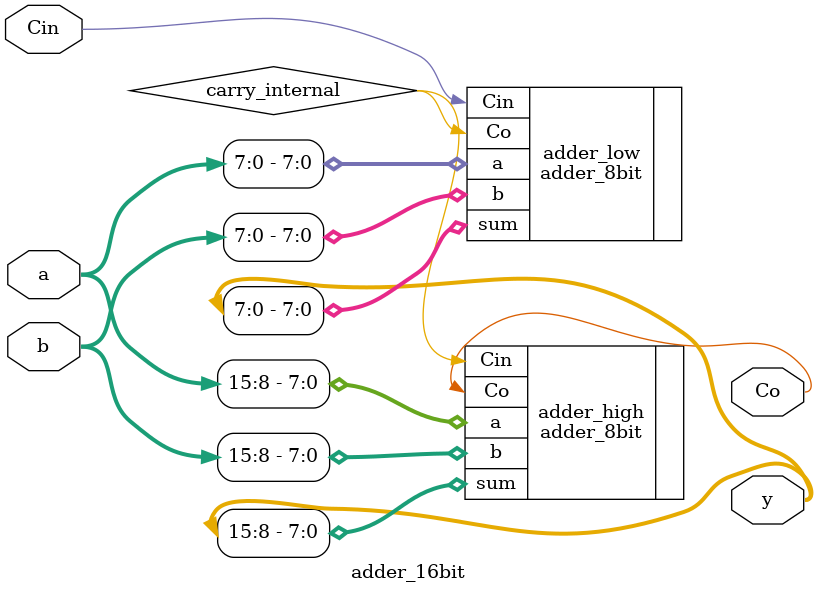
<source format=v>
module adder_16bit (
    input  wire [15:0] a,
    input  wire [15:0] b,
    input  wire        Cin,
    output wire [15:0] y,
    output wire        Co
);

    // Internal carry between the two 8-bit adders.
    wire carry_internal;

    // Lower 8-bit adder: Computes bits [7:0]
    adder_8bit adder_low (
        .a   (a[7:0]),
        .b   (b[7:0]),
        .Cin (Cin),
        .sum (y[7:0]),
        .Co  (carry_internal)
    );

    // Upper 8-bit adder: Computes bits [15:8]
    adder_8bit adder_high (
        .a   (a[15:8]),
        .b   (b[15:8]),
        .Cin (carry_internal),
        .sum (y[15:8]),
        .Co  (Co)
    );

endmodule
</source>
